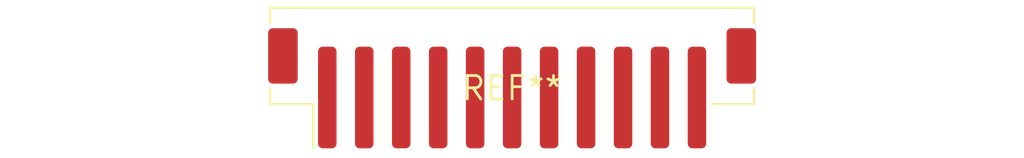
<source format=kicad_pcb>
(kicad_pcb (version 20240108) (generator pcbnew)
  (layers (0 "F.Cu" signal) (31 "B.Cu" signal) (34 "B.Paste" user) (35 "F.Paste" user) (36 "B.SilkS" user "B.Silkscreen") (37 "F.SilkS" user "F.Silkscreen") (38 "B.Mask" user) (39 "F.Mask" user) (44 "Edge.Cuts" user))
  (net 0 "")
  (footprint "JST_PH_B11B-PH-SM4-TB_1x11-1MP_P2.00mm_Vertical" (layer "F.Cu") (at 0 0)
    (property "Reference" "REF**")
    (property "Value" "JST_PH_B11B-PH-SM4-TB_1x11-1MP_P2.00mm_Vertical")
    (fp_line (start -13.085 -4.36) (end 13.085 -4.36) (layer "F.SilkS") (stroke (width 0.12)))
    (fp_line (start -13.085 -3.51) (end -13.085 -4.36) (layer "F.SilkS") (stroke (width 0.12)))
    (fp_line (start -13.085 0.01) (end -13.085 0.86) (layer "F.SilkS") (stroke (width 0.12)))
    (fp_line (start -13.085 0.86) (end -10.76 0.86) (layer "F.SilkS") (stroke (width 0.12)))
    (fp_line (start -10.76 0.86) (end -10.76 3.25) (layer "F.SilkS") (stroke (width 0.12)))
    (fp_line (start 13.085 -4.36) (end 13.085 -3.51) (layer "F.SilkS") (stroke (width 0.12)))
    (fp_line (start 13.085 0.01) (end 13.085 0.86) (layer "F.SilkS") (stroke (width 0.12)))
    (fp_line (start 13.085 0.86) (end 10.76 0.86) (layer "F.SilkS") (stroke (width 0.12)))
    (pad "1" smd roundrect (at -10 0.5) (size 1 5.5) (layers "F.Cu" "F.Paste" "F.Mask"))
    (pad "2" smd roundrect (at -8 0.5) (size 1 5.5) (layers "F.Cu" "F.Paste" "F.Mask"))
    (pad "3" smd roundrect (at -6 0.5) (size 1 5.5) (layers "F.Cu" "F.Paste" "F.Mask"))
    (pad "4" smd roundrect (at -4 0.5) (size 1 5.5) (layers "F.Cu" "F.Paste" "F.Mask"))
    (pad "5" smd roundrect (at -2 0.5) (size 1 5.5) (layers "F.Cu" "F.Paste" "F.Mask"))
    (pad "6" smd roundrect (at 0 0.5) (size 1 5.5) (layers "F.Cu" "F.Paste" "F.Mask"))
    (pad "7" smd roundrect (at 2 0.5) (size 1 5.5) (layers "F.Cu" "F.Paste" "F.Mask"))
    (pad "8" smd roundrect (at 4 0.5) (size 1 5.5) (layers "F.Cu" "F.Paste" "F.Mask"))
    (pad "9" smd roundrect (at 6 0.5) (size 1 5.5) (layers "F.Cu" "F.Paste" "F.Mask"))
    (pad "10" smd roundrect (at 8 0.5) (size 1 5.5) (layers "F.Cu" "F.Paste" "F.Mask"))
    (pad "11" smd roundrect (at 10 0.5) (size 1 5.5) (layers "F.Cu" "F.Paste" "F.Mask"))
    (pad "MP" smd roundrect (at -12.4 -1.75) (size 1.6 3) (layers "F.Cu" "F.Paste" "F.Mask") (roundrect_rratio 0.15625))
    (pad "MP" smd roundrect (at 12.4 -1.75) (size 1.6 3) (layers "F.Cu" "F.Paste" "F.Mask") (roundrect_rratio 0.15625))
  )
)
</source>
